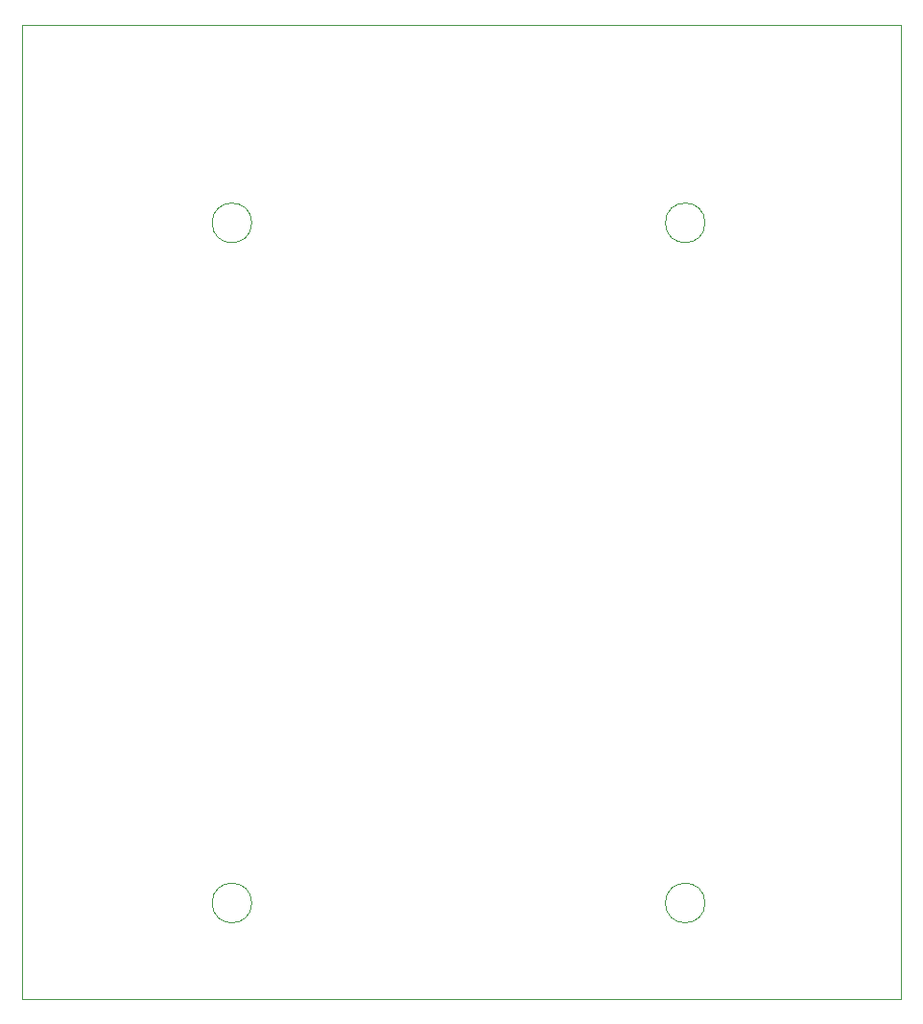
<source format=gbr>
%TF.GenerationSoftware,KiCad,Pcbnew,9.0.6*%
%TF.CreationDate,2026-02-03T15:59:12-08:00*%
%TF.ProjectId,PCF8575_Breakout,50434638-3537-4355-9f42-7265616b6f75,rev?*%
%TF.SameCoordinates,Original*%
%TF.FileFunction,Profile,NP*%
%FSLAX46Y46*%
G04 Gerber Fmt 4.6, Leading zero omitted, Abs format (unit mm)*
G04 Created by KiCad (PCBNEW 9.0.6) date 2026-02-03 15:59:12*
%MOMM*%
%LPD*%
G01*
G04 APERTURE LIST*
%TA.AperFunction,Profile*%
%ADD10C,0.050000*%
%TD*%
G04 APERTURE END LIST*
D10*
X156750000Y-130000000D02*
G75*
G02*
X153250000Y-130000000I-1750000J0D01*
G01*
X153250000Y-130000000D02*
G75*
G02*
X156750000Y-130000000I1750000J0D01*
G01*
X116750000Y-130000000D02*
G75*
G02*
X113250000Y-130000000I-1750000J0D01*
G01*
X113250000Y-130000000D02*
G75*
G02*
X116750000Y-130000000I1750000J0D01*
G01*
X156750000Y-70000000D02*
G75*
G02*
X153250000Y-70000000I-1750000J0D01*
G01*
X153250000Y-70000000D02*
G75*
G02*
X156750000Y-70000000I1750000J0D01*
G01*
X116750000Y-70000000D02*
G75*
G02*
X113250000Y-70000000I-1750000J0D01*
G01*
X113250000Y-70000000D02*
G75*
G02*
X116750000Y-70000000I1750000J0D01*
G01*
X96500000Y-52500000D02*
X174000000Y-52500000D01*
X174000000Y-138500000D01*
X96500000Y-138500000D01*
X96500000Y-52500000D01*
M02*

</source>
